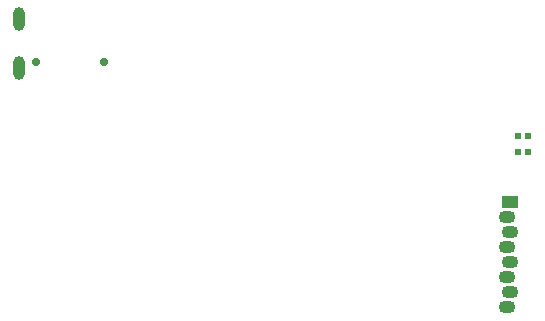
<source format=gbr>
%TF.GenerationSoftware,KiCad,Pcbnew,8.0.0-rc2-74-g5f063dd458*%
%TF.CreationDate,2024-01-29T02:36:54+02:00*%
%TF.ProjectId,SamoBase,53616d6f-4261-4736-952e-6b696361645f,rev?*%
%TF.SameCoordinates,Original*%
%TF.FileFunction,Soldermask,Bot*%
%TF.FilePolarity,Negative*%
%FSLAX46Y46*%
G04 Gerber Fmt 4.6, Leading zero omitted, Abs format (unit mm)*
G04 Created by KiCad (PCBNEW 8.0.0-rc2-74-g5f063dd458) date 2024-01-29 02:36:54*
%MOMM*%
%LPD*%
G01*
G04 APERTURE LIST*
%ADD10O,1.000000X2.000000*%
%ADD11C,0.700000*%
%ADD12R,1.400000X1.100000*%
%ADD13O,1.400000X1.100000*%
%ADD14R,0.600000X0.600000*%
G04 APERTURE END LIST*
D10*
%TO.C,U3*%
X84560000Y-60150000D03*
D11*
X91770000Y-63800000D03*
X85990000Y-63800000D03*
D10*
X84560000Y-64300000D03*
%TD*%
D12*
%TO.C,J6*%
X126125000Y-75625001D03*
D13*
X125900000Y-76880001D03*
X126125000Y-78165001D03*
X125900000Y-79420001D03*
X126125000Y-80705001D03*
X125900000Y-81960001D03*
X126125000Y-83245001D03*
X125900000Y-84500001D03*
%TD*%
D14*
%TO.C,D4*%
X126850000Y-70020002D03*
X126850000Y-71420002D03*
X127700000Y-70020002D03*
X127700000Y-71420002D03*
%TD*%
M02*

</source>
